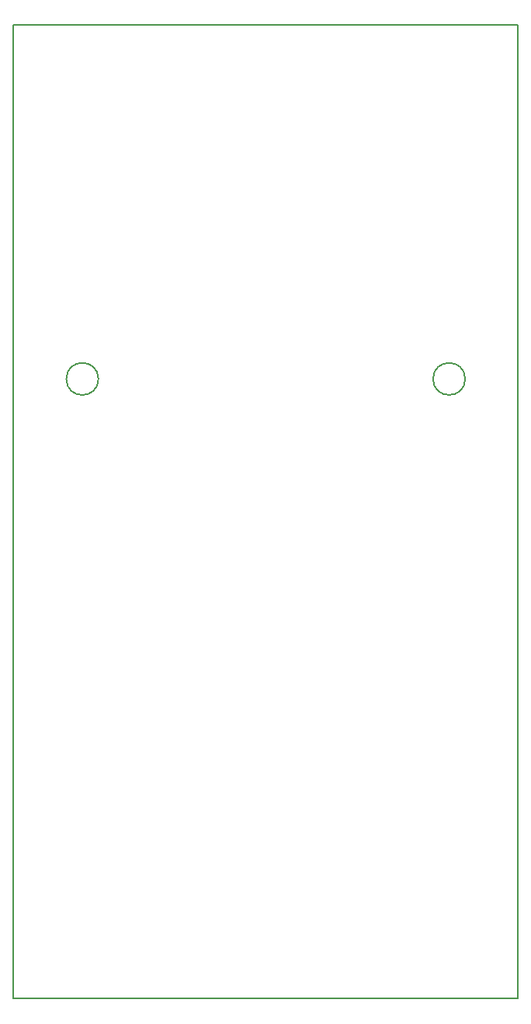
<source format=gbr>
%TF.GenerationSoftware,KiCad,Pcbnew,7.0.1*%
%TF.CreationDate,2023-03-14T16:08:27+01:00*%
%TF.ProjectId,CxCat,43784361-742e-46b6-9963-61645f706362,rev?*%
%TF.SameCoordinates,Original*%
%TF.FileFunction,Profile,NP*%
%FSLAX46Y46*%
G04 Gerber Fmt 4.6, Leading zero omitted, Abs format (unit mm)*
G04 Created by KiCad (PCBNEW 7.0.1) date 2023-03-14 16:08:27*
%MOMM*%
%LPD*%
G01*
G04 APERTURE LIST*
%TA.AperFunction,Profile*%
%ADD10C,0.200000*%
%TD*%
G04 APERTURE END LIST*
D10*
X69250000Y-76510000D02*
G75*
G03*
X69250000Y-76510000I-1750000J0D01*
G01*
X29250000Y-76510000D02*
G75*
G03*
X29250000Y-76510000I-1750000J0D01*
G01*
X20000000Y-38000000D02*
X75000000Y-38000000D01*
X75000000Y-144000000D01*
X20000000Y-144000000D01*
X20000000Y-38000000D01*
M02*

</source>
